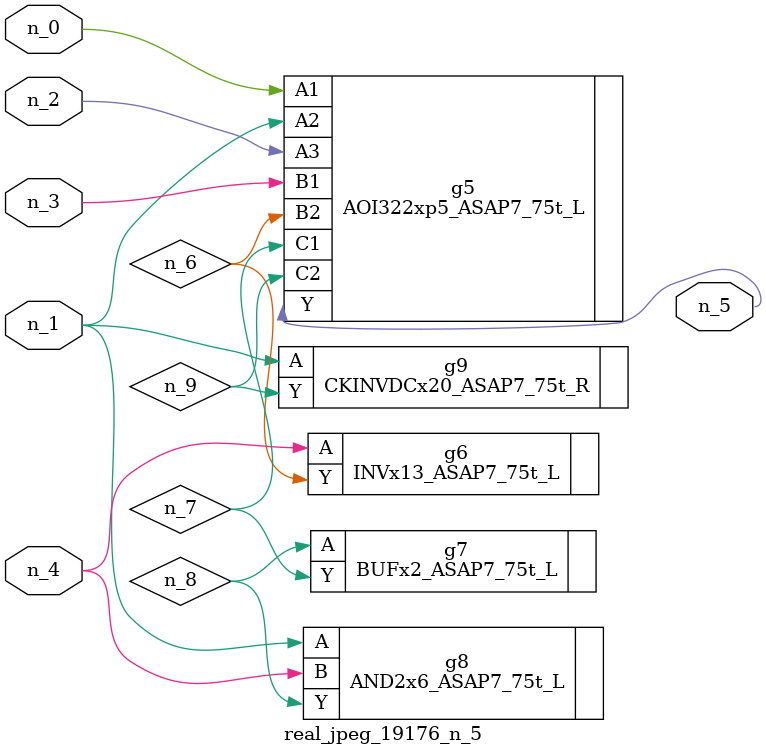
<source format=v>
module real_jpeg_19176_n_5 (n_4, n_0, n_1, n_2, n_3, n_5);

input n_4;
input n_0;
input n_1;
input n_2;
input n_3;

output n_5;

wire n_8;
wire n_6;
wire n_7;
wire n_9;

AOI322xp5_ASAP7_75t_L g5 ( 
.A1(n_0),
.A2(n_1),
.A3(n_2),
.B1(n_3),
.B2(n_6),
.C1(n_7),
.C2(n_9),
.Y(n_5)
);

AND2x6_ASAP7_75t_L g8 ( 
.A(n_1),
.B(n_4),
.Y(n_8)
);

CKINVDCx20_ASAP7_75t_R g9 ( 
.A(n_1),
.Y(n_9)
);

INVx13_ASAP7_75t_L g6 ( 
.A(n_4),
.Y(n_6)
);

BUFx2_ASAP7_75t_L g7 ( 
.A(n_8),
.Y(n_7)
);


endmodule
</source>
